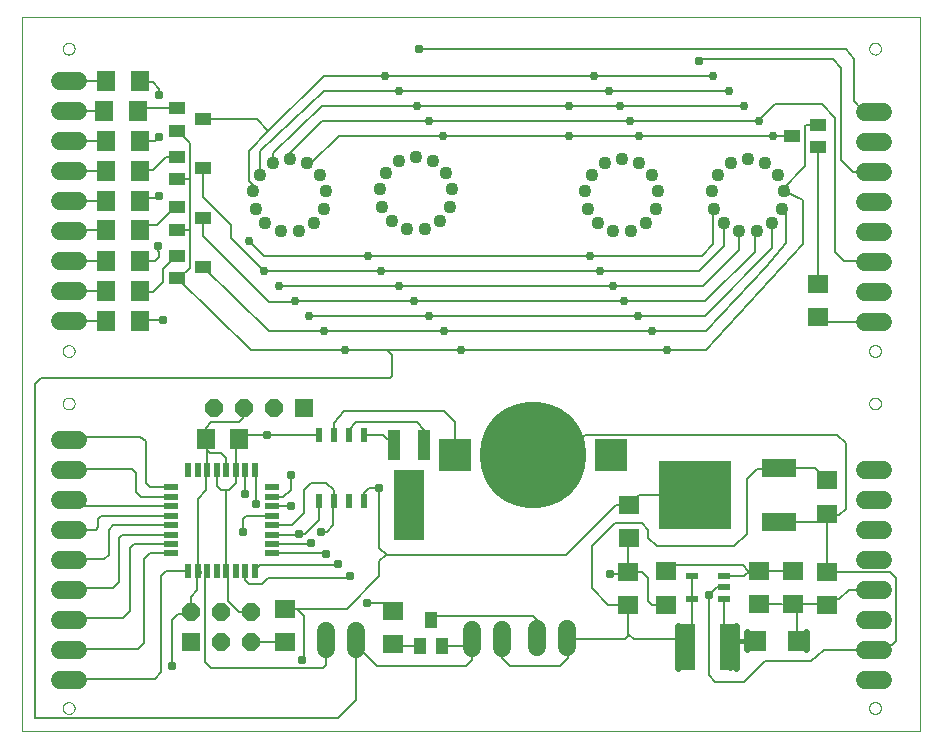
<source format=gtl>
G75*
%MOIN*%
%OFA0B0*%
%FSLAX25Y25*%
%IPPOS*%
%LPD*%
%AMOC8*
5,1,8,0,0,1.08239X$1,22.5*
%
%ADD10C,0.00000*%
%ADD11R,0.05512X0.03937*%
%ADD12C,0.04362*%
%ADD13C,0.06000*%
%ADD14R,0.10950X0.10950*%
%ADD15C,0.35433*%
%ADD16R,0.07087X0.06299*%
%ADD17R,0.06299X0.07087*%
%ADD18R,0.02200X0.05000*%
%ADD19R,0.05000X0.02200*%
%ADD20R,0.24409X0.22835*%
%ADD21R,0.11811X0.06299*%
%ADD22R,0.06000X0.06000*%
%ADD23OC8,0.06000*%
%ADD24R,0.03937X0.09843*%
%ADD25R,0.09843X0.23622*%
%ADD26R,0.07098X0.06299*%
%ADD27R,0.03937X0.05512*%
%ADD28R,0.02362X0.04724*%
%ADD29R,0.04331X0.02362*%
%ADD30R,0.05984X0.06614*%
%ADD31R,0.05906X0.15748*%
%ADD32R,0.06299X0.07098*%
%ADD33C,0.00787*%
%ADD34C,0.02978*%
%ADD35C,0.00600*%
%ADD36OC8,0.02978*%
%ADD37C,0.01600*%
%ADD38C,0.02400*%
D10*
X0001000Y0001000D02*
X0001000Y0238961D01*
X0300201Y0238961D01*
X0300201Y0001000D01*
X0001000Y0001000D01*
X0014431Y0008700D02*
X0014433Y0008788D01*
X0014439Y0008876D01*
X0014449Y0008964D01*
X0014463Y0009052D01*
X0014480Y0009138D01*
X0014502Y0009224D01*
X0014527Y0009308D01*
X0014557Y0009392D01*
X0014589Y0009474D01*
X0014626Y0009554D01*
X0014666Y0009633D01*
X0014710Y0009710D01*
X0014757Y0009785D01*
X0014807Y0009857D01*
X0014861Y0009928D01*
X0014917Y0009995D01*
X0014977Y0010061D01*
X0015039Y0010123D01*
X0015105Y0010183D01*
X0015172Y0010239D01*
X0015243Y0010293D01*
X0015315Y0010343D01*
X0015390Y0010390D01*
X0015467Y0010434D01*
X0015546Y0010474D01*
X0015626Y0010511D01*
X0015708Y0010543D01*
X0015792Y0010573D01*
X0015876Y0010598D01*
X0015962Y0010620D01*
X0016048Y0010637D01*
X0016136Y0010651D01*
X0016224Y0010661D01*
X0016312Y0010667D01*
X0016400Y0010669D01*
X0016488Y0010667D01*
X0016576Y0010661D01*
X0016664Y0010651D01*
X0016752Y0010637D01*
X0016838Y0010620D01*
X0016924Y0010598D01*
X0017008Y0010573D01*
X0017092Y0010543D01*
X0017174Y0010511D01*
X0017254Y0010474D01*
X0017333Y0010434D01*
X0017410Y0010390D01*
X0017485Y0010343D01*
X0017557Y0010293D01*
X0017628Y0010239D01*
X0017695Y0010183D01*
X0017761Y0010123D01*
X0017823Y0010061D01*
X0017883Y0009995D01*
X0017939Y0009928D01*
X0017993Y0009857D01*
X0018043Y0009785D01*
X0018090Y0009710D01*
X0018134Y0009633D01*
X0018174Y0009554D01*
X0018211Y0009474D01*
X0018243Y0009392D01*
X0018273Y0009308D01*
X0018298Y0009224D01*
X0018320Y0009138D01*
X0018337Y0009052D01*
X0018351Y0008964D01*
X0018361Y0008876D01*
X0018367Y0008788D01*
X0018369Y0008700D01*
X0018367Y0008612D01*
X0018361Y0008524D01*
X0018351Y0008436D01*
X0018337Y0008348D01*
X0018320Y0008262D01*
X0018298Y0008176D01*
X0018273Y0008092D01*
X0018243Y0008008D01*
X0018211Y0007926D01*
X0018174Y0007846D01*
X0018134Y0007767D01*
X0018090Y0007690D01*
X0018043Y0007615D01*
X0017993Y0007543D01*
X0017939Y0007472D01*
X0017883Y0007405D01*
X0017823Y0007339D01*
X0017761Y0007277D01*
X0017695Y0007217D01*
X0017628Y0007161D01*
X0017557Y0007107D01*
X0017485Y0007057D01*
X0017410Y0007010D01*
X0017333Y0006966D01*
X0017254Y0006926D01*
X0017174Y0006889D01*
X0017092Y0006857D01*
X0017008Y0006827D01*
X0016924Y0006802D01*
X0016838Y0006780D01*
X0016752Y0006763D01*
X0016664Y0006749D01*
X0016576Y0006739D01*
X0016488Y0006733D01*
X0016400Y0006731D01*
X0016312Y0006733D01*
X0016224Y0006739D01*
X0016136Y0006749D01*
X0016048Y0006763D01*
X0015962Y0006780D01*
X0015876Y0006802D01*
X0015792Y0006827D01*
X0015708Y0006857D01*
X0015626Y0006889D01*
X0015546Y0006926D01*
X0015467Y0006966D01*
X0015390Y0007010D01*
X0015315Y0007057D01*
X0015243Y0007107D01*
X0015172Y0007161D01*
X0015105Y0007217D01*
X0015039Y0007277D01*
X0014977Y0007339D01*
X0014917Y0007405D01*
X0014861Y0007472D01*
X0014807Y0007543D01*
X0014757Y0007615D01*
X0014710Y0007690D01*
X0014666Y0007767D01*
X0014626Y0007846D01*
X0014589Y0007926D01*
X0014557Y0008008D01*
X0014527Y0008092D01*
X0014502Y0008176D01*
X0014480Y0008262D01*
X0014463Y0008348D01*
X0014449Y0008436D01*
X0014439Y0008524D01*
X0014433Y0008612D01*
X0014431Y0008700D01*
X0014431Y0110200D02*
X0014433Y0110288D01*
X0014439Y0110376D01*
X0014449Y0110464D01*
X0014463Y0110552D01*
X0014480Y0110638D01*
X0014502Y0110724D01*
X0014527Y0110808D01*
X0014557Y0110892D01*
X0014589Y0110974D01*
X0014626Y0111054D01*
X0014666Y0111133D01*
X0014710Y0111210D01*
X0014757Y0111285D01*
X0014807Y0111357D01*
X0014861Y0111428D01*
X0014917Y0111495D01*
X0014977Y0111561D01*
X0015039Y0111623D01*
X0015105Y0111683D01*
X0015172Y0111739D01*
X0015243Y0111793D01*
X0015315Y0111843D01*
X0015390Y0111890D01*
X0015467Y0111934D01*
X0015546Y0111974D01*
X0015626Y0112011D01*
X0015708Y0112043D01*
X0015792Y0112073D01*
X0015876Y0112098D01*
X0015962Y0112120D01*
X0016048Y0112137D01*
X0016136Y0112151D01*
X0016224Y0112161D01*
X0016312Y0112167D01*
X0016400Y0112169D01*
X0016488Y0112167D01*
X0016576Y0112161D01*
X0016664Y0112151D01*
X0016752Y0112137D01*
X0016838Y0112120D01*
X0016924Y0112098D01*
X0017008Y0112073D01*
X0017092Y0112043D01*
X0017174Y0112011D01*
X0017254Y0111974D01*
X0017333Y0111934D01*
X0017410Y0111890D01*
X0017485Y0111843D01*
X0017557Y0111793D01*
X0017628Y0111739D01*
X0017695Y0111683D01*
X0017761Y0111623D01*
X0017823Y0111561D01*
X0017883Y0111495D01*
X0017939Y0111428D01*
X0017993Y0111357D01*
X0018043Y0111285D01*
X0018090Y0111210D01*
X0018134Y0111133D01*
X0018174Y0111054D01*
X0018211Y0110974D01*
X0018243Y0110892D01*
X0018273Y0110808D01*
X0018298Y0110724D01*
X0018320Y0110638D01*
X0018337Y0110552D01*
X0018351Y0110464D01*
X0018361Y0110376D01*
X0018367Y0110288D01*
X0018369Y0110200D01*
X0018367Y0110112D01*
X0018361Y0110024D01*
X0018351Y0109936D01*
X0018337Y0109848D01*
X0018320Y0109762D01*
X0018298Y0109676D01*
X0018273Y0109592D01*
X0018243Y0109508D01*
X0018211Y0109426D01*
X0018174Y0109346D01*
X0018134Y0109267D01*
X0018090Y0109190D01*
X0018043Y0109115D01*
X0017993Y0109043D01*
X0017939Y0108972D01*
X0017883Y0108905D01*
X0017823Y0108839D01*
X0017761Y0108777D01*
X0017695Y0108717D01*
X0017628Y0108661D01*
X0017557Y0108607D01*
X0017485Y0108557D01*
X0017410Y0108510D01*
X0017333Y0108466D01*
X0017254Y0108426D01*
X0017174Y0108389D01*
X0017092Y0108357D01*
X0017008Y0108327D01*
X0016924Y0108302D01*
X0016838Y0108280D01*
X0016752Y0108263D01*
X0016664Y0108249D01*
X0016576Y0108239D01*
X0016488Y0108233D01*
X0016400Y0108231D01*
X0016312Y0108233D01*
X0016224Y0108239D01*
X0016136Y0108249D01*
X0016048Y0108263D01*
X0015962Y0108280D01*
X0015876Y0108302D01*
X0015792Y0108327D01*
X0015708Y0108357D01*
X0015626Y0108389D01*
X0015546Y0108426D01*
X0015467Y0108466D01*
X0015390Y0108510D01*
X0015315Y0108557D01*
X0015243Y0108607D01*
X0015172Y0108661D01*
X0015105Y0108717D01*
X0015039Y0108777D01*
X0014977Y0108839D01*
X0014917Y0108905D01*
X0014861Y0108972D01*
X0014807Y0109043D01*
X0014757Y0109115D01*
X0014710Y0109190D01*
X0014666Y0109267D01*
X0014626Y0109346D01*
X0014589Y0109426D01*
X0014557Y0109508D01*
X0014527Y0109592D01*
X0014502Y0109676D01*
X0014480Y0109762D01*
X0014463Y0109848D01*
X0014449Y0109936D01*
X0014439Y0110024D01*
X0014433Y0110112D01*
X0014431Y0110200D01*
X0014431Y0127700D02*
X0014433Y0127788D01*
X0014439Y0127876D01*
X0014449Y0127964D01*
X0014463Y0128052D01*
X0014480Y0128138D01*
X0014502Y0128224D01*
X0014527Y0128308D01*
X0014557Y0128392D01*
X0014589Y0128474D01*
X0014626Y0128554D01*
X0014666Y0128633D01*
X0014710Y0128710D01*
X0014757Y0128785D01*
X0014807Y0128857D01*
X0014861Y0128928D01*
X0014917Y0128995D01*
X0014977Y0129061D01*
X0015039Y0129123D01*
X0015105Y0129183D01*
X0015172Y0129239D01*
X0015243Y0129293D01*
X0015315Y0129343D01*
X0015390Y0129390D01*
X0015467Y0129434D01*
X0015546Y0129474D01*
X0015626Y0129511D01*
X0015708Y0129543D01*
X0015792Y0129573D01*
X0015876Y0129598D01*
X0015962Y0129620D01*
X0016048Y0129637D01*
X0016136Y0129651D01*
X0016224Y0129661D01*
X0016312Y0129667D01*
X0016400Y0129669D01*
X0016488Y0129667D01*
X0016576Y0129661D01*
X0016664Y0129651D01*
X0016752Y0129637D01*
X0016838Y0129620D01*
X0016924Y0129598D01*
X0017008Y0129573D01*
X0017092Y0129543D01*
X0017174Y0129511D01*
X0017254Y0129474D01*
X0017333Y0129434D01*
X0017410Y0129390D01*
X0017485Y0129343D01*
X0017557Y0129293D01*
X0017628Y0129239D01*
X0017695Y0129183D01*
X0017761Y0129123D01*
X0017823Y0129061D01*
X0017883Y0128995D01*
X0017939Y0128928D01*
X0017993Y0128857D01*
X0018043Y0128785D01*
X0018090Y0128710D01*
X0018134Y0128633D01*
X0018174Y0128554D01*
X0018211Y0128474D01*
X0018243Y0128392D01*
X0018273Y0128308D01*
X0018298Y0128224D01*
X0018320Y0128138D01*
X0018337Y0128052D01*
X0018351Y0127964D01*
X0018361Y0127876D01*
X0018367Y0127788D01*
X0018369Y0127700D01*
X0018367Y0127612D01*
X0018361Y0127524D01*
X0018351Y0127436D01*
X0018337Y0127348D01*
X0018320Y0127262D01*
X0018298Y0127176D01*
X0018273Y0127092D01*
X0018243Y0127008D01*
X0018211Y0126926D01*
X0018174Y0126846D01*
X0018134Y0126767D01*
X0018090Y0126690D01*
X0018043Y0126615D01*
X0017993Y0126543D01*
X0017939Y0126472D01*
X0017883Y0126405D01*
X0017823Y0126339D01*
X0017761Y0126277D01*
X0017695Y0126217D01*
X0017628Y0126161D01*
X0017557Y0126107D01*
X0017485Y0126057D01*
X0017410Y0126010D01*
X0017333Y0125966D01*
X0017254Y0125926D01*
X0017174Y0125889D01*
X0017092Y0125857D01*
X0017008Y0125827D01*
X0016924Y0125802D01*
X0016838Y0125780D01*
X0016752Y0125763D01*
X0016664Y0125749D01*
X0016576Y0125739D01*
X0016488Y0125733D01*
X0016400Y0125731D01*
X0016312Y0125733D01*
X0016224Y0125739D01*
X0016136Y0125749D01*
X0016048Y0125763D01*
X0015962Y0125780D01*
X0015876Y0125802D01*
X0015792Y0125827D01*
X0015708Y0125857D01*
X0015626Y0125889D01*
X0015546Y0125926D01*
X0015467Y0125966D01*
X0015390Y0126010D01*
X0015315Y0126057D01*
X0015243Y0126107D01*
X0015172Y0126161D01*
X0015105Y0126217D01*
X0015039Y0126277D01*
X0014977Y0126339D01*
X0014917Y0126405D01*
X0014861Y0126472D01*
X0014807Y0126543D01*
X0014757Y0126615D01*
X0014710Y0126690D01*
X0014666Y0126767D01*
X0014626Y0126846D01*
X0014589Y0126926D01*
X0014557Y0127008D01*
X0014527Y0127092D01*
X0014502Y0127176D01*
X0014480Y0127262D01*
X0014463Y0127348D01*
X0014449Y0127436D01*
X0014439Y0127524D01*
X0014433Y0127612D01*
X0014431Y0127700D01*
X0014431Y0228500D02*
X0014433Y0228588D01*
X0014439Y0228676D01*
X0014449Y0228764D01*
X0014463Y0228852D01*
X0014480Y0228938D01*
X0014502Y0229024D01*
X0014527Y0229108D01*
X0014557Y0229192D01*
X0014589Y0229274D01*
X0014626Y0229354D01*
X0014666Y0229433D01*
X0014710Y0229510D01*
X0014757Y0229585D01*
X0014807Y0229657D01*
X0014861Y0229728D01*
X0014917Y0229795D01*
X0014977Y0229861D01*
X0015039Y0229923D01*
X0015105Y0229983D01*
X0015172Y0230039D01*
X0015243Y0230093D01*
X0015315Y0230143D01*
X0015390Y0230190D01*
X0015467Y0230234D01*
X0015546Y0230274D01*
X0015626Y0230311D01*
X0015708Y0230343D01*
X0015792Y0230373D01*
X0015876Y0230398D01*
X0015962Y0230420D01*
X0016048Y0230437D01*
X0016136Y0230451D01*
X0016224Y0230461D01*
X0016312Y0230467D01*
X0016400Y0230469D01*
X0016488Y0230467D01*
X0016576Y0230461D01*
X0016664Y0230451D01*
X0016752Y0230437D01*
X0016838Y0230420D01*
X0016924Y0230398D01*
X0017008Y0230373D01*
X0017092Y0230343D01*
X0017174Y0230311D01*
X0017254Y0230274D01*
X0017333Y0230234D01*
X0017410Y0230190D01*
X0017485Y0230143D01*
X0017557Y0230093D01*
X0017628Y0230039D01*
X0017695Y0229983D01*
X0017761Y0229923D01*
X0017823Y0229861D01*
X0017883Y0229795D01*
X0017939Y0229728D01*
X0017993Y0229657D01*
X0018043Y0229585D01*
X0018090Y0229510D01*
X0018134Y0229433D01*
X0018174Y0229354D01*
X0018211Y0229274D01*
X0018243Y0229192D01*
X0018273Y0229108D01*
X0018298Y0229024D01*
X0018320Y0228938D01*
X0018337Y0228852D01*
X0018351Y0228764D01*
X0018361Y0228676D01*
X0018367Y0228588D01*
X0018369Y0228500D01*
X0018367Y0228412D01*
X0018361Y0228324D01*
X0018351Y0228236D01*
X0018337Y0228148D01*
X0018320Y0228062D01*
X0018298Y0227976D01*
X0018273Y0227892D01*
X0018243Y0227808D01*
X0018211Y0227726D01*
X0018174Y0227646D01*
X0018134Y0227567D01*
X0018090Y0227490D01*
X0018043Y0227415D01*
X0017993Y0227343D01*
X0017939Y0227272D01*
X0017883Y0227205D01*
X0017823Y0227139D01*
X0017761Y0227077D01*
X0017695Y0227017D01*
X0017628Y0226961D01*
X0017557Y0226907D01*
X0017485Y0226857D01*
X0017410Y0226810D01*
X0017333Y0226766D01*
X0017254Y0226726D01*
X0017174Y0226689D01*
X0017092Y0226657D01*
X0017008Y0226627D01*
X0016924Y0226602D01*
X0016838Y0226580D01*
X0016752Y0226563D01*
X0016664Y0226549D01*
X0016576Y0226539D01*
X0016488Y0226533D01*
X0016400Y0226531D01*
X0016312Y0226533D01*
X0016224Y0226539D01*
X0016136Y0226549D01*
X0016048Y0226563D01*
X0015962Y0226580D01*
X0015876Y0226602D01*
X0015792Y0226627D01*
X0015708Y0226657D01*
X0015626Y0226689D01*
X0015546Y0226726D01*
X0015467Y0226766D01*
X0015390Y0226810D01*
X0015315Y0226857D01*
X0015243Y0226907D01*
X0015172Y0226961D01*
X0015105Y0227017D01*
X0015039Y0227077D01*
X0014977Y0227139D01*
X0014917Y0227205D01*
X0014861Y0227272D01*
X0014807Y0227343D01*
X0014757Y0227415D01*
X0014710Y0227490D01*
X0014666Y0227567D01*
X0014626Y0227646D01*
X0014589Y0227726D01*
X0014557Y0227808D01*
X0014527Y0227892D01*
X0014502Y0227976D01*
X0014480Y0228062D01*
X0014463Y0228148D01*
X0014449Y0228236D01*
X0014439Y0228324D01*
X0014433Y0228412D01*
X0014431Y0228500D01*
X0283231Y0228500D02*
X0283233Y0228588D01*
X0283239Y0228676D01*
X0283249Y0228764D01*
X0283263Y0228852D01*
X0283280Y0228938D01*
X0283302Y0229024D01*
X0283327Y0229108D01*
X0283357Y0229192D01*
X0283389Y0229274D01*
X0283426Y0229354D01*
X0283466Y0229433D01*
X0283510Y0229510D01*
X0283557Y0229585D01*
X0283607Y0229657D01*
X0283661Y0229728D01*
X0283717Y0229795D01*
X0283777Y0229861D01*
X0283839Y0229923D01*
X0283905Y0229983D01*
X0283972Y0230039D01*
X0284043Y0230093D01*
X0284115Y0230143D01*
X0284190Y0230190D01*
X0284267Y0230234D01*
X0284346Y0230274D01*
X0284426Y0230311D01*
X0284508Y0230343D01*
X0284592Y0230373D01*
X0284676Y0230398D01*
X0284762Y0230420D01*
X0284848Y0230437D01*
X0284936Y0230451D01*
X0285024Y0230461D01*
X0285112Y0230467D01*
X0285200Y0230469D01*
X0285288Y0230467D01*
X0285376Y0230461D01*
X0285464Y0230451D01*
X0285552Y0230437D01*
X0285638Y0230420D01*
X0285724Y0230398D01*
X0285808Y0230373D01*
X0285892Y0230343D01*
X0285974Y0230311D01*
X0286054Y0230274D01*
X0286133Y0230234D01*
X0286210Y0230190D01*
X0286285Y0230143D01*
X0286357Y0230093D01*
X0286428Y0230039D01*
X0286495Y0229983D01*
X0286561Y0229923D01*
X0286623Y0229861D01*
X0286683Y0229795D01*
X0286739Y0229728D01*
X0286793Y0229657D01*
X0286843Y0229585D01*
X0286890Y0229510D01*
X0286934Y0229433D01*
X0286974Y0229354D01*
X0287011Y0229274D01*
X0287043Y0229192D01*
X0287073Y0229108D01*
X0287098Y0229024D01*
X0287120Y0228938D01*
X0287137Y0228852D01*
X0287151Y0228764D01*
X0287161Y0228676D01*
X0287167Y0228588D01*
X0287169Y0228500D01*
X0287167Y0228412D01*
X0287161Y0228324D01*
X0287151Y0228236D01*
X0287137Y0228148D01*
X0287120Y0228062D01*
X0287098Y0227976D01*
X0287073Y0227892D01*
X0287043Y0227808D01*
X0287011Y0227726D01*
X0286974Y0227646D01*
X0286934Y0227567D01*
X0286890Y0227490D01*
X0286843Y0227415D01*
X0286793Y0227343D01*
X0286739Y0227272D01*
X0286683Y0227205D01*
X0286623Y0227139D01*
X0286561Y0227077D01*
X0286495Y0227017D01*
X0286428Y0226961D01*
X0286357Y0226907D01*
X0286285Y0226857D01*
X0286210Y0226810D01*
X0286133Y0226766D01*
X0286054Y0226726D01*
X0285974Y0226689D01*
X0285892Y0226657D01*
X0285808Y0226627D01*
X0285724Y0226602D01*
X0285638Y0226580D01*
X0285552Y0226563D01*
X0285464Y0226549D01*
X0285376Y0226539D01*
X0285288Y0226533D01*
X0285200Y0226531D01*
X0285112Y0226533D01*
X0285024Y0226539D01*
X0284936Y0226549D01*
X0284848Y0226563D01*
X0284762Y0226580D01*
X0284676Y0226602D01*
X0284592Y0226627D01*
X0284508Y0226657D01*
X0284426Y0226689D01*
X0284346Y0226726D01*
X0284267Y0226766D01*
X0284190Y0226810D01*
X0284115Y0226857D01*
X0284043Y0226907D01*
X0283972Y0226961D01*
X0283905Y0227017D01*
X0283839Y0227077D01*
X0283777Y0227139D01*
X0283717Y0227205D01*
X0283661Y0227272D01*
X0283607Y0227343D01*
X0283557Y0227415D01*
X0283510Y0227490D01*
X0283466Y0227567D01*
X0283426Y0227646D01*
X0283389Y0227726D01*
X0283357Y0227808D01*
X0283327Y0227892D01*
X0283302Y0227976D01*
X0283280Y0228062D01*
X0283263Y0228148D01*
X0283249Y0228236D01*
X0283239Y0228324D01*
X0283233Y0228412D01*
X0283231Y0228500D01*
X0283231Y0127700D02*
X0283233Y0127788D01*
X0283239Y0127876D01*
X0283249Y0127964D01*
X0283263Y0128052D01*
X0283280Y0128138D01*
X0283302Y0128224D01*
X0283327Y0128308D01*
X0283357Y0128392D01*
X0283389Y0128474D01*
X0283426Y0128554D01*
X0283466Y0128633D01*
X0283510Y0128710D01*
X0283557Y0128785D01*
X0283607Y0128857D01*
X0283661Y0128928D01*
X0283717Y0128995D01*
X0283777Y0129061D01*
X0283839Y0129123D01*
X0283905Y0129183D01*
X0283972Y0129239D01*
X0284043Y0129293D01*
X0284115Y0129343D01*
X0284190Y0129390D01*
X0284267Y0129434D01*
X0284346Y0129474D01*
X0284426Y0129511D01*
X0284508Y0129543D01*
X0284592Y0129573D01*
X0284676Y0129598D01*
X0284762Y0129620D01*
X0284848Y0129637D01*
X0284936Y0129651D01*
X0285024Y0129661D01*
X0285112Y0129667D01*
X0285200Y0129669D01*
X0285288Y0129667D01*
X0285376Y0129661D01*
X0285464Y0129651D01*
X0285552Y0129637D01*
X0285638Y0129620D01*
X0285724Y0129598D01*
X0285808Y0129573D01*
X0285892Y0129543D01*
X0285974Y0129511D01*
X0286054Y0129474D01*
X0286133Y0129434D01*
X0286210Y0129390D01*
X0286285Y0129343D01*
X0286357Y0129293D01*
X0286428Y0129239D01*
X0286495Y0129183D01*
X0286561Y0129123D01*
X0286623Y0129061D01*
X0286683Y0128995D01*
X0286739Y0128928D01*
X0286793Y0128857D01*
X0286843Y0128785D01*
X0286890Y0128710D01*
X0286934Y0128633D01*
X0286974Y0128554D01*
X0287011Y0128474D01*
X0287043Y0128392D01*
X0287073Y0128308D01*
X0287098Y0128224D01*
X0287120Y0128138D01*
X0287137Y0128052D01*
X0287151Y0127964D01*
X0287161Y0127876D01*
X0287167Y0127788D01*
X0287169Y0127700D01*
X0287167Y0127612D01*
X0287161Y0127524D01*
X0287151Y0127436D01*
X0287137Y0127348D01*
X0287120Y0127262D01*
X0287098Y0127176D01*
X0287073Y0127092D01*
X0287043Y0127008D01*
X0287011Y0126926D01*
X0286974Y0126846D01*
X0286934Y0126767D01*
X0286890Y0126690D01*
X0286843Y0126615D01*
X0286793Y0126543D01*
X0286739Y0126472D01*
X0286683Y0126405D01*
X0286623Y0126339D01*
X0286561Y0126277D01*
X0286495Y0126217D01*
X0286428Y0126161D01*
X0286357Y0126107D01*
X0286285Y0126057D01*
X0286210Y0126010D01*
X0286133Y0125966D01*
X0286054Y0125926D01*
X0285974Y0125889D01*
X0285892Y0125857D01*
X0285808Y0125827D01*
X0285724Y0125802D01*
X0285638Y0125780D01*
X0285552Y0125763D01*
X0285464Y0125749D01*
X0285376Y0125739D01*
X0285288Y0125733D01*
X0285200Y0125731D01*
X0285112Y0125733D01*
X0285024Y0125739D01*
X0284936Y0125749D01*
X0284848Y0125763D01*
X0284762Y0125780D01*
X0284676Y0125802D01*
X0284592Y0125827D01*
X0284508Y0125857D01*
X0284426Y0125889D01*
X0284346Y0125926D01*
X0284267Y0125966D01*
X0284190Y0126010D01*
X0284115Y0126057D01*
X0284043Y0126107D01*
X0283972Y0126161D01*
X0283905Y0126217D01*
X0283839Y0126277D01*
X0283777Y0126339D01*
X0283717Y0126405D01*
X0283661Y0126472D01*
X0283607Y0126543D01*
X0283557Y0126615D01*
X0283510Y0126690D01*
X0283466Y0126767D01*
X0283426Y0126846D01*
X0283389Y0126926D01*
X0283357Y0127008D01*
X0283327Y0127092D01*
X0283302Y0127176D01*
X0283280Y0127262D01*
X0283263Y0127348D01*
X0283249Y0127436D01*
X0283239Y0127524D01*
X0283233Y0127612D01*
X0283231Y0127700D01*
X0283231Y0110200D02*
X0283233Y0110288D01*
X0283239Y0110376D01*
X0283249Y0110464D01*
X0283263Y0110552D01*
X0283280Y0110638D01*
X0283302Y0110724D01*
X0283327Y0110808D01*
X0283357Y0110892D01*
X0283389Y0110974D01*
X0283426Y0111054D01*
X0283466Y0111133D01*
X0283510Y0111210D01*
X0283557Y0111285D01*
X0283607Y0111357D01*
X0283661Y0111428D01*
X0283717Y0111495D01*
X0283777Y0111561D01*
X0283839Y0111623D01*
X0283905Y0111683D01*
X0283972Y0111739D01*
X0284043Y0111793D01*
X0284115Y0111843D01*
X0284190Y0111890D01*
X0284267Y0111934D01*
X0284346Y0111974D01*
X0284426Y0112011D01*
X0284508Y0112043D01*
X0284592Y0112073D01*
X0284676Y0112098D01*
X0284762Y0112120D01*
X0284848Y0112137D01*
X0284936Y0112151D01*
X0285024Y0112161D01*
X0285112Y0112167D01*
X0285200Y0112169D01*
X0285288Y0112167D01*
X0285376Y0112161D01*
X0285464Y0112151D01*
X0285552Y0112137D01*
X0285638Y0112120D01*
X0285724Y0112098D01*
X0285808Y0112073D01*
X0285892Y0112043D01*
X0285974Y0112011D01*
X0286054Y0111974D01*
X0286133Y0111934D01*
X0286210Y0111890D01*
X0286285Y0111843D01*
X0286357Y0111793D01*
X0286428Y0111739D01*
X0286495Y0111683D01*
X0286561Y0111623D01*
X0286623Y0111561D01*
X0286683Y0111495D01*
X0286739Y0111428D01*
X0286793Y0111357D01*
X0286843Y0111285D01*
X0286890Y0111210D01*
X0286934Y0111133D01*
X0286974Y0111054D01*
X0287011Y0110974D01*
X0287043Y0110892D01*
X0287073Y0110808D01*
X0287098Y0110724D01*
X0287120Y0110638D01*
X0287137Y0110552D01*
X0287151Y0110464D01*
X0287161Y0110376D01*
X0287167Y0110288D01*
X0287169Y0110200D01*
X0287167Y0110112D01*
X0287161Y0110024D01*
X0287151Y0109936D01*
X0287137Y0109848D01*
X0287120Y0109762D01*
X0287098Y0109676D01*
X0287073Y0109592D01*
X0287043Y0109508D01*
X0287011Y0109426D01*
X0286974Y0109346D01*
X0286934Y0109267D01*
X0286890Y0109190D01*
X0286843Y0109115D01*
X0286793Y0109043D01*
X0286739Y0108972D01*
X0286683Y0108905D01*
X0286623Y0108839D01*
X0286561Y0108777D01*
X0286495Y0108717D01*
X0286428Y0108661D01*
X0286357Y0108607D01*
X0286285Y0108557D01*
X0286210Y0108510D01*
X0286133Y0108466D01*
X0286054Y0108426D01*
X0285974Y0108389D01*
X0285892Y0108357D01*
X0285808Y0108327D01*
X0285724Y0108302D01*
X0285638Y0108280D01*
X0285552Y0108263D01*
X0285464Y0108249D01*
X0285376Y0108239D01*
X0285288Y0108233D01*
X0285200Y0108231D01*
X0285112Y0108233D01*
X0285024Y0108239D01*
X0284936Y0108249D01*
X0284848Y0108263D01*
X0284762Y0108280D01*
X0284676Y0108302D01*
X0284592Y0108327D01*
X0284508Y0108357D01*
X0284426Y0108389D01*
X0284346Y0108426D01*
X0284267Y0108466D01*
X0284190Y0108510D01*
X0284115Y0108557D01*
X0284043Y0108607D01*
X0283972Y0108661D01*
X0283905Y0108717D01*
X0283839Y0108777D01*
X0283777Y0108839D01*
X0283717Y0108905D01*
X0283661Y0108972D01*
X0283607Y0109043D01*
X0283557Y0109115D01*
X0283510Y0109190D01*
X0283466Y0109267D01*
X0283426Y0109346D01*
X0283389Y0109426D01*
X0283357Y0109508D01*
X0283327Y0109592D01*
X0283302Y0109676D01*
X0283280Y0109762D01*
X0283263Y0109848D01*
X0283249Y0109936D01*
X0283239Y0110024D01*
X0283233Y0110112D01*
X0283231Y0110200D01*
X0283231Y0008700D02*
X0283233Y0008788D01*
X0283239Y0008876D01*
X0283249Y0008964D01*
X0283263Y0009052D01*
X0283280Y0009138D01*
X0283302Y0009224D01*
X0283327Y0009308D01*
X0283357Y0009392D01*
X0283389Y0009474D01*
X0283426Y0009554D01*
X0283466Y0009633D01*
X0283510Y0009710D01*
X0283557Y0009785D01*
X0283607Y0009857D01*
X0283661Y0009928D01*
X0283717Y0009995D01*
X0283777Y0010061D01*
X0283839Y0010123D01*
X0283905Y0010183D01*
X0283972Y0010239D01*
X0284043Y0010293D01*
X0284115Y0010343D01*
X0284190Y0010390D01*
X0284267Y0010434D01*
X0284346Y0010474D01*
X0284426Y0010511D01*
X0284508Y0010543D01*
X0284592Y0010573D01*
X0284676Y0010598D01*
X0284762Y0010620D01*
X0284848Y0010637D01*
X0284936Y0010651D01*
X0285024Y0010661D01*
X0285112Y0010667D01*
X0285200Y0010669D01*
X0285288Y0010667D01*
X0285376Y0010661D01*
X0285464Y0010651D01*
X0285552Y0010637D01*
X0285638Y0010620D01*
X0285724Y0010598D01*
X0285808Y0010573D01*
X0285892Y0010543D01*
X0285974Y0010511D01*
X0286054Y0010474D01*
X0286133Y0010434D01*
X0286210Y0010390D01*
X0286285Y0010343D01*
X0286357Y0010293D01*
X0286428Y0010239D01*
X0286495Y0010183D01*
X0286561Y0010123D01*
X0286623Y0010061D01*
X0286683Y0009995D01*
X0286739Y0009928D01*
X0286793Y0009857D01*
X0286843Y0009785D01*
X0286890Y0009710D01*
X0286934Y0009633D01*
X0286974Y0009554D01*
X0287011Y0009474D01*
X0287043Y0009392D01*
X0287073Y0009308D01*
X0287098Y0009224D01*
X0287120Y0009138D01*
X0287137Y0009052D01*
X0287151Y0008964D01*
X0287161Y0008876D01*
X0287167Y0008788D01*
X0287169Y0008700D01*
X0287167Y0008612D01*
X0287161Y0008524D01*
X0287151Y0008436D01*
X0287137Y0008348D01*
X0287120Y0008262D01*
X0287098Y0008176D01*
X0287073Y0008092D01*
X0287043Y0008008D01*
X0287011Y0007926D01*
X0286974Y0007846D01*
X0286934Y0007767D01*
X0286890Y0007690D01*
X0286843Y0007615D01*
X0286793Y0007543D01*
X0286739Y0007472D01*
X0286683Y0007405D01*
X0286623Y0007339D01*
X0286561Y0007277D01*
X0286495Y0007217D01*
X0286428Y0007161D01*
X0286357Y0007107D01*
X0286285Y0007057D01*
X0286210Y0007010D01*
X0286133Y0006966D01*
X0286054Y0006926D01*
X0285974Y0006889D01*
X0285892Y0006857D01*
X0285808Y0006827D01*
X0285724Y0006802D01*
X0285638Y0006780D01*
X0285552Y0006763D01*
X0285464Y0006749D01*
X0285376Y0006739D01*
X0285288Y0006733D01*
X0285200Y0006731D01*
X0285112Y0006733D01*
X0285024Y0006739D01*
X0284936Y0006749D01*
X0284848Y0006763D01*
X0284762Y0006780D01*
X0284676Y0006802D01*
X0284592Y0006827D01*
X0284508Y0006857D01*
X0284426Y0006889D01*
X0284346Y0006926D01*
X0284267Y0006966D01*
X0284190Y0007010D01*
X0284115Y0007057D01*
X0284043Y0007107D01*
X0283972Y0007161D01*
X0283905Y0007217D01*
X0283839Y0007277D01*
X0283777Y0007339D01*
X0283717Y0007405D01*
X0283661Y0007472D01*
X0283607Y0007543D01*
X0283557Y0007615D01*
X0283510Y0007690D01*
X0283466Y0007767D01*
X0283426Y0007846D01*
X0283389Y0007926D01*
X0283357Y0008008D01*
X0283327Y0008092D01*
X0283302Y0008176D01*
X0283280Y0008262D01*
X0283263Y0008348D01*
X0283249Y0008436D01*
X0283239Y0008524D01*
X0283233Y0008612D01*
X0283231Y0008700D01*
D11*
X0061231Y0155700D03*
X0052569Y0151960D03*
X0052569Y0159440D03*
X0052369Y0168160D03*
X0052369Y0175640D03*
X0061031Y0171900D03*
X0052369Y0184960D03*
X0052369Y0192440D03*
X0052569Y0201160D03*
X0052569Y0208640D03*
X0061231Y0204900D03*
X0061031Y0188700D03*
X0257369Y0199300D03*
X0266031Y0195560D03*
X0266031Y0203040D03*
D12*
X0248572Y0190307D03*
X0252944Y0186433D03*
X0255016Y0180971D03*
X0254312Y0175172D03*
X0250993Y0170365D03*
X0245821Y0167650D03*
X0239979Y0167650D03*
X0234807Y0170365D03*
X0231488Y0175172D03*
X0230784Y0180971D03*
X0232856Y0186433D03*
X0237228Y0190307D03*
X0242900Y0191705D03*
X0212916Y0180971D03*
X0212212Y0175172D03*
X0208893Y0170365D03*
X0203721Y0167650D03*
X0197879Y0167650D03*
X0192707Y0170365D03*
X0189388Y0175172D03*
X0188684Y0180971D03*
X0190756Y0186433D03*
X0195128Y0190307D03*
X0200800Y0191705D03*
X0206472Y0190307D03*
X0210844Y0186433D03*
X0144316Y0181671D03*
X0143612Y0175872D03*
X0140293Y0171065D03*
X0135121Y0168350D03*
X0129279Y0168350D03*
X0124107Y0171065D03*
X0120788Y0175872D03*
X0120084Y0181671D03*
X0122156Y0187133D03*
X0126528Y0191007D03*
X0132200Y0192405D03*
X0137872Y0191007D03*
X0142244Y0187133D03*
X0102216Y0180971D03*
X0101512Y0175172D03*
X0098193Y0170365D03*
X0093021Y0167650D03*
X0087179Y0167650D03*
X0082007Y0170365D03*
X0078688Y0175172D03*
X0077984Y0180971D03*
X0080056Y0186433D03*
X0084428Y0190307D03*
X0090100Y0191705D03*
X0095772Y0190307D03*
X0100144Y0186433D03*
D13*
X0019500Y0187700D02*
X0013500Y0187700D01*
X0013500Y0177700D02*
X0019500Y0177700D01*
X0019500Y0167700D02*
X0013500Y0167700D01*
X0013500Y0157700D02*
X0019500Y0157700D01*
X0019500Y0147700D02*
X0013500Y0147700D01*
X0013500Y0137700D02*
X0019500Y0137700D01*
X0019543Y0098059D02*
X0013543Y0098059D01*
X0013543Y0088059D02*
X0019543Y0088059D01*
X0019543Y0078059D02*
X0013543Y0078059D01*
X0013543Y0068059D02*
X0019543Y0068059D01*
X0019543Y0058059D02*
X0013543Y0058059D01*
X0013543Y0048059D02*
X0019543Y0048059D01*
X0019543Y0038059D02*
X0013543Y0038059D01*
X0013543Y0028059D02*
X0019543Y0028059D01*
X0019543Y0018059D02*
X0013543Y0018059D01*
X0102257Y0028441D02*
X0102257Y0034441D01*
X0112257Y0034441D02*
X0112257Y0028441D01*
X0150843Y0028759D02*
X0150843Y0034759D01*
X0160843Y0034759D02*
X0160843Y0028759D01*
X0172543Y0029059D02*
X0172543Y0035059D01*
X0182543Y0035059D02*
X0182543Y0029059D01*
X0281843Y0028059D02*
X0287843Y0028059D01*
X0287843Y0018059D02*
X0281843Y0018059D01*
X0281843Y0038059D02*
X0287843Y0038059D01*
X0287843Y0048059D02*
X0281843Y0048059D01*
X0281843Y0058059D02*
X0287843Y0058059D01*
X0287843Y0068059D02*
X0281843Y0068059D01*
X0281843Y0078059D02*
X0287843Y0078059D01*
X0287843Y0088059D02*
X0281843Y0088059D01*
X0281800Y0137500D02*
X0287800Y0137500D01*
X0287800Y0147500D02*
X0281800Y0147500D01*
X0281800Y0157500D02*
X0287800Y0157500D01*
X0287800Y0167500D02*
X0281800Y0167500D01*
X0281800Y0177500D02*
X0287800Y0177500D01*
X0287800Y0187500D02*
X0281800Y0187500D01*
X0281800Y0197500D02*
X0287800Y0197500D01*
X0287800Y0207500D02*
X0281800Y0207500D01*
X0019500Y0207700D02*
X0013500Y0207700D01*
X0013500Y0197700D02*
X0019500Y0197700D01*
X0019500Y0217700D02*
X0013500Y0217700D01*
D14*
X0145243Y0092959D03*
X0197243Y0092959D03*
D15*
X0171243Y0092959D03*
D16*
X0203043Y0076271D03*
X0203043Y0065247D03*
X0202981Y0054143D03*
X0202981Y0043119D03*
X0257870Y0043424D03*
X0257870Y0054448D03*
X0269322Y0054054D03*
X0269322Y0043031D03*
X0269254Y0073547D03*
X0269254Y0084571D03*
D17*
X0073254Y0098459D03*
X0062231Y0098459D03*
D18*
X0062618Y0088159D03*
X0059469Y0088159D03*
X0056319Y0088159D03*
X0065768Y0088159D03*
X0068917Y0088159D03*
X0072067Y0088159D03*
X0075217Y0088159D03*
X0078366Y0088159D03*
X0078366Y0054359D03*
X0075217Y0054359D03*
X0072067Y0054359D03*
X0068917Y0054359D03*
X0065768Y0054359D03*
X0062618Y0054359D03*
X0059469Y0054359D03*
X0056319Y0054359D03*
D19*
X0050443Y0060235D03*
X0050443Y0063385D03*
X0050443Y0066535D03*
X0050443Y0069684D03*
X0050443Y0072834D03*
X0050443Y0075983D03*
X0050443Y0079133D03*
X0050443Y0082283D03*
X0084243Y0082283D03*
X0084243Y0079133D03*
X0084243Y0075983D03*
X0084243Y0072834D03*
X0084243Y0069684D03*
X0084243Y0066535D03*
X0084243Y0063385D03*
X0084243Y0060235D03*
D20*
X0225072Y0079759D03*
D21*
X0253340Y0070783D03*
X0253340Y0088735D03*
D22*
X0094843Y0108859D03*
X0057043Y0030659D03*
D23*
X0067043Y0030659D03*
X0077043Y0030659D03*
X0077043Y0040659D03*
X0067043Y0040659D03*
X0057043Y0040659D03*
X0064843Y0108859D03*
X0074843Y0108859D03*
X0084843Y0108859D03*
D24*
X0124843Y0096259D03*
X0134843Y0096259D03*
D25*
X0129843Y0076259D03*
D26*
X0124559Y0041134D03*
X0124559Y0029937D03*
X0088541Y0030644D03*
X0088541Y0041841D03*
X0215433Y0043208D03*
X0215433Y0054405D03*
X0246470Y0054535D03*
X0246470Y0043338D03*
X0266200Y0138902D03*
X0266200Y0150098D03*
D27*
X0137243Y0038124D03*
X0140983Y0029462D03*
X0133502Y0029462D03*
D28*
X0114843Y0077735D03*
X0109843Y0077735D03*
X0104843Y0077735D03*
X0099843Y0077735D03*
X0099843Y0099783D03*
X0104843Y0099783D03*
X0109843Y0099783D03*
X0114843Y0099783D03*
D29*
X0224055Y0052676D03*
X0224055Y0045196D03*
X0234685Y0045196D03*
X0234685Y0048936D03*
X0234685Y0052676D03*
D30*
X0245709Y0030905D03*
X0259094Y0030905D03*
D31*
X0236457Y0028936D03*
X0222283Y0028936D03*
D32*
X0040198Y0137600D03*
X0040198Y0147600D03*
X0040198Y0157800D03*
X0029002Y0157800D03*
X0029002Y0147600D03*
X0029002Y0137600D03*
X0029002Y0168100D03*
X0029002Y0177600D03*
X0029002Y0187600D03*
X0029002Y0197600D03*
X0028302Y0207600D03*
X0029002Y0217600D03*
X0040198Y0217600D03*
X0039498Y0207600D03*
X0040198Y0197600D03*
X0040198Y0187600D03*
X0040198Y0177600D03*
X0040198Y0168100D03*
D33*
X0041798Y0169700D01*
X0045800Y0169700D01*
X0051740Y0175640D01*
X0052369Y0175640D01*
X0046500Y0179500D02*
X0045598Y0178598D01*
X0041398Y0178800D01*
X0040198Y0177600D01*
X0040198Y0187600D02*
X0040498Y0187900D01*
X0044400Y0187900D01*
X0048940Y0192440D01*
X0052369Y0192440D01*
X0056700Y0197029D02*
X0052569Y0201160D01*
X0056700Y0197029D02*
X0056700Y0185250D01*
X0056410Y0184960D01*
X0052369Y0184960D01*
X0056700Y0185250D02*
X0056700Y0167708D01*
X0056249Y0168160D01*
X0052369Y0168160D01*
X0056700Y0167708D02*
X0056700Y0155474D01*
X0053186Y0151960D01*
X0052569Y0151960D01*
X0077129Y0128100D01*
X0108600Y0128100D01*
X0122457Y0128100D01*
X0147162Y0128100D01*
X0215700Y0128100D01*
X0228700Y0128100D01*
X0261300Y0163500D01*
X0261300Y0178187D01*
X0255016Y0180971D01*
X0254191Y0181547D01*
X0254312Y0175172D02*
X0255517Y0173967D01*
X0255517Y0163662D01*
X0248756Y0155656D01*
X0229000Y0134500D01*
X0224300Y0134500D01*
X0224300Y0134700D01*
X0224300Y0134500D02*
X0210717Y0134500D01*
X0141500Y0134500D01*
X0101500Y0134500D01*
X0083031Y0134500D01*
X0061231Y0155700D01*
X0052569Y0159440D02*
X0051456Y0159440D01*
X0052340Y0159440D02*
X0047900Y0155000D01*
X0047900Y0150800D01*
X0044400Y0147300D01*
X0040498Y0147300D01*
X0040198Y0147600D01*
X0040798Y0138200D02*
X0040198Y0137600D01*
X0040798Y0138200D02*
X0047900Y0138200D01*
X0029002Y0137600D02*
X0016600Y0137600D01*
X0016500Y0137700D01*
X0016400Y0137500D02*
X0015700Y0136800D01*
X0016400Y0136800D01*
X0017100Y0138200D02*
X0016400Y0138900D01*
X0016600Y0147600D02*
X0016500Y0147700D01*
X0016600Y0147600D02*
X0029002Y0147600D01*
X0029002Y0157800D02*
X0016600Y0157800D01*
X0016500Y0157700D01*
X0016500Y0167700D02*
X0016900Y0168100D01*
X0029002Y0168100D01*
X0029002Y0177600D02*
X0016600Y0177600D01*
X0016500Y0177700D01*
X0016600Y0187600D02*
X0016500Y0187700D01*
X0016600Y0187600D02*
X0029002Y0187600D01*
X0029002Y0197600D02*
X0014900Y0197600D01*
X0014300Y0197000D01*
X0015800Y0197000D01*
X0016500Y0197700D01*
X0019900Y0206800D02*
X0019000Y0207700D01*
X0016774Y0207700D01*
X0016874Y0207600D01*
X0028302Y0207600D01*
X0029002Y0217600D02*
X0028902Y0217700D01*
X0016500Y0217700D01*
X0016500Y0207700D02*
X0016774Y0207700D01*
X0039498Y0207600D02*
X0040539Y0208640D01*
X0052569Y0208640D01*
X0046500Y0213100D02*
X0046500Y0215200D01*
X0044400Y0217300D01*
X0040498Y0217300D01*
X0040198Y0217600D01*
X0061231Y0204900D02*
X0079105Y0204900D01*
X0083002Y0201002D01*
X0101500Y0219500D01*
X0121807Y0219500D01*
X0191500Y0219500D01*
X0231299Y0219500D01*
X0231500Y0219500D01*
X0226400Y0224300D02*
X0227000Y0224900D01*
X0271098Y0224900D01*
X0274000Y0221998D01*
X0274000Y0191400D01*
X0277900Y0187500D01*
X0284800Y0187500D01*
X0266031Y0195560D02*
X0266031Y0154468D01*
X0266200Y0150098D01*
X0274700Y0157800D02*
X0281700Y0157800D01*
X0284800Y0157500D01*
X0274700Y0157800D02*
X0271900Y0160600D01*
X0271900Y0205400D01*
X0267400Y0209900D01*
X0251700Y0209900D01*
X0246500Y0204700D01*
X0246500Y0204500D01*
X0203384Y0204500D01*
X0136500Y0204500D01*
X0100900Y0204500D01*
X0090205Y0193805D01*
X0090100Y0191705D01*
X0084428Y0190307D02*
X0084428Y0193828D01*
X0100800Y0209500D01*
X0132642Y0209500D01*
X0183300Y0209500D01*
X0200100Y0209500D01*
X0241500Y0209500D01*
X0236500Y0214500D02*
X0196500Y0214500D01*
X0126500Y0214500D01*
X0101500Y0214500D01*
X0080056Y0194456D01*
X0080056Y0186433D01*
X0076500Y0184500D02*
X0076500Y0194500D01*
X0083002Y0201002D01*
X0095772Y0190307D02*
X0097307Y0190307D01*
X0106500Y0199500D01*
X0141263Y0199500D01*
X0183211Y0199500D01*
X0206500Y0199500D01*
X0251253Y0199500D01*
X0257169Y0199500D01*
X0257369Y0199300D01*
X0251500Y0199500D02*
X0251253Y0199500D01*
X0278200Y0211000D02*
X0281000Y0208200D01*
X0283790Y0208200D01*
X0278200Y0211000D02*
X0278200Y0225000D01*
X0275400Y0228500D01*
X0133300Y0228500D01*
X0079384Y0181616D02*
X0076500Y0184500D01*
X0077984Y0180971D02*
X0079384Y0181616D01*
X0070500Y0169700D02*
X0070500Y0165500D01*
X0081500Y0154500D01*
X0120617Y0154500D01*
X0193600Y0154500D01*
X0226600Y0154500D01*
X0234800Y0162700D01*
X0234800Y0170358D01*
X0234807Y0170365D01*
X0239700Y0167371D02*
X0239979Y0167650D01*
X0239700Y0167371D02*
X0239700Y0161300D01*
X0227900Y0149500D01*
X0197900Y0149500D01*
X0126500Y0149500D01*
X0086500Y0149500D01*
X0091500Y0144500D02*
X0090900Y0143900D01*
X0083100Y0143900D01*
X0061031Y0165969D01*
X0061031Y0171900D01*
X0061031Y0179169D02*
X0070500Y0169700D01*
X0076500Y0164500D02*
X0081500Y0159500D01*
X0116257Y0159500D01*
X0190100Y0159500D01*
X0227400Y0159500D01*
X0231300Y0163400D01*
X0231300Y0174984D01*
X0231488Y0175172D01*
X0245300Y0167471D02*
X0245821Y0167650D01*
X0245300Y0167471D02*
X0245300Y0160600D01*
X0228500Y0144500D01*
X0201678Y0144500D01*
X0131500Y0144500D01*
X0092318Y0144500D01*
X0091918Y0144900D01*
X0091944Y0144500D02*
X0091500Y0144500D01*
X0091944Y0144500D02*
X0092318Y0144500D01*
X0096500Y0139500D02*
X0136500Y0139500D01*
X0206211Y0139500D01*
X0228400Y0139500D01*
X0250900Y0162000D01*
X0250900Y0170271D01*
X0250993Y0170365D01*
X0252900Y0173690D02*
X0252912Y0173702D01*
X0285200Y0148000D02*
X0285200Y0147300D01*
X0284800Y0137500D02*
X0267098Y0137500D01*
X0266200Y0138902D01*
X0272600Y0099700D02*
X0275400Y0096900D01*
X0275400Y0075200D01*
X0273300Y0073100D01*
X0269702Y0073100D01*
X0269322Y0073480D01*
X0269254Y0073547D01*
X0266490Y0070783D01*
X0253340Y0070783D01*
X0242500Y0066800D02*
X0242500Y0085000D01*
X0246000Y0088500D01*
X0253642Y0088500D01*
X0253877Y0088735D01*
X0253340Y0088735D01*
X0253877Y0088735D02*
X0265090Y0088735D01*
X0269254Y0084571D01*
X0269322Y0073480D02*
X0269322Y0054054D01*
X0290246Y0054054D01*
X0292200Y0052100D01*
X0292200Y0031100D01*
X0290800Y0029700D01*
X0285783Y0029700D01*
X0284843Y0028059D01*
X0268091Y0028059D01*
X0263701Y0024369D01*
X0248543Y0024369D01*
X0241654Y0017480D01*
X0232008Y0017480D01*
X0229843Y0019645D01*
X0229843Y0046259D01*
X0232520Y0048936D01*
X0234685Y0048936D01*
X0234685Y0052676D02*
X0241654Y0052676D01*
X0243512Y0054535D01*
X0242865Y0054535D01*
X0241100Y0056300D01*
X0217328Y0056300D01*
X0215433Y0054405D01*
X0209600Y0052100D02*
X0207500Y0054200D01*
X0203039Y0054200D01*
X0202981Y0054143D01*
X0202981Y0064443D01*
X0203043Y0064504D01*
X0203043Y0065247D01*
X0209600Y0065400D02*
X0212400Y0062600D01*
X0238300Y0062600D01*
X0242500Y0066800D01*
X0243512Y0054535D02*
X0246470Y0054535D01*
X0255717Y0054535D01*
X0254283Y0043338D02*
X0248227Y0043338D01*
X0247835Y0042946D01*
X0248227Y0043338D02*
X0246470Y0043338D01*
X0257870Y0043424D02*
X0258311Y0043424D01*
X0259094Y0042641D01*
X0259094Y0030905D01*
X0259094Y0034920D01*
X0267835Y0042283D02*
X0268976Y0043424D01*
X0270591Y0045039D01*
X0273346Y0045039D01*
X0276367Y0048059D01*
X0279862Y0048059D01*
X0269322Y0043031D02*
X0269213Y0042283D01*
X0267835Y0042283D01*
X0268976Y0043424D02*
X0258311Y0043424D01*
X0234685Y0045196D02*
X0234685Y0028739D01*
X0224055Y0030708D02*
X0224055Y0032611D01*
X0222766Y0033900D01*
X0224055Y0032611D02*
X0224055Y0045196D01*
X0224055Y0052676D01*
X0215433Y0043208D02*
X0210792Y0043208D01*
X0209600Y0044400D01*
X0209600Y0052100D01*
X0202981Y0054143D02*
X0202339Y0053500D01*
X0197000Y0053500D01*
X0190700Y0048600D02*
X0190700Y0062600D01*
X0198400Y0070300D01*
X0207500Y0070300D01*
X0209600Y0068200D01*
X0209600Y0065400D01*
X0203043Y0076271D02*
X0198771Y0076271D01*
X0182300Y0059800D01*
X0122367Y0059800D01*
X0122100Y0059800D01*
X0120000Y0057700D01*
X0120000Y0052800D01*
X0119831Y0052631D01*
X0120000Y0052800D01*
X0119831Y0052631D02*
X0109041Y0041841D01*
X0088541Y0041841D01*
X0092459Y0041841D01*
X0094800Y0039500D01*
X0094800Y0025500D01*
X0094100Y0024800D01*
X0101100Y0022000D02*
X0064000Y0022000D01*
X0061900Y0024100D01*
X0061900Y0053641D01*
X0062618Y0054359D01*
X0059469Y0054359D02*
X0059469Y0078385D01*
X0062343Y0081259D01*
X0062343Y0087883D01*
X0062618Y0088159D02*
X0062618Y0094787D01*
X0063646Y0093759D01*
X0067343Y0093759D01*
X0068917Y0092184D01*
X0068917Y0088159D01*
X0065768Y0088159D02*
X0065768Y0082834D01*
X0067343Y0081259D01*
X0068558Y0081259D01*
X0068917Y0080900D01*
X0068917Y0054359D01*
X0069600Y0053676D02*
X0069600Y0044400D01*
X0073341Y0040659D01*
X0077043Y0040659D01*
X0076600Y0050000D02*
X0080800Y0050000D01*
X0082900Y0052100D01*
X0109783Y0052100D01*
X0110343Y0052659D01*
X0106343Y0056559D02*
X0106043Y0056259D01*
X0080266Y0056259D01*
X0078366Y0054359D01*
X0075217Y0054359D02*
X0075217Y0051383D01*
X0076600Y0050000D01*
X0084243Y0060235D02*
X0101966Y0060235D01*
X0102043Y0060159D01*
X0097043Y0063759D02*
X0096669Y0063385D01*
X0084243Y0063385D01*
X0084243Y0066535D02*
X0093018Y0066535D01*
X0093032Y0066549D01*
X0095089Y0066549D01*
X0099843Y0071302D01*
X0099843Y0071259D01*
X0099843Y0071302D02*
X0099843Y0077735D01*
X0104600Y0077741D02*
X0104843Y0077983D01*
X0104843Y0077735D01*
X0104600Y0077741D02*
X0104600Y0069600D01*
X0102359Y0067359D01*
X0100643Y0067359D01*
X0094843Y0073759D02*
X0094843Y0081259D01*
X0097343Y0083759D01*
X0102343Y0083759D01*
X0104843Y0081259D01*
X0104843Y0077983D01*
X0094843Y0073759D02*
X0090768Y0069684D01*
X0084243Y0069684D01*
X0084243Y0072834D02*
X0075634Y0072834D01*
X0074500Y0071700D01*
X0074500Y0067500D01*
X0078700Y0076600D02*
X0078700Y0088525D01*
X0078366Y0088159D01*
X0075217Y0088159D02*
X0075217Y0080117D01*
X0075200Y0080100D01*
X0072343Y0083759D02*
X0072343Y0087883D01*
X0072067Y0088159D02*
X0072067Y0097272D01*
X0073254Y0098459D01*
X0074578Y0099783D01*
X0082484Y0099783D01*
X0099843Y0099783D01*
X0104843Y0099783D02*
X0104843Y0103759D01*
X0108143Y0107759D01*
X0141543Y0107759D01*
X0145243Y0104059D01*
X0145243Y0092959D01*
X0134843Y0096259D02*
X0134843Y0101259D01*
X0132643Y0104159D01*
X0112043Y0104159D01*
X0109843Y0101259D01*
X0114843Y0099783D02*
X0121319Y0099783D01*
X0124843Y0096259D01*
X0119602Y0082200D02*
X0116500Y0082200D01*
X0114843Y0080543D01*
X0114843Y0077735D01*
X0119602Y0082200D02*
X0119843Y0081959D01*
X0120000Y0081802D01*
X0120000Y0062189D01*
X0122367Y0059822D01*
X0122367Y0059800D01*
X0121993Y0043700D02*
X0115800Y0043700D01*
X0121993Y0043700D02*
X0124559Y0041134D01*
X0137243Y0038124D02*
X0137524Y0038124D01*
X0138900Y0039500D01*
X0171100Y0039500D01*
X0173200Y0037400D01*
X0173200Y0032717D01*
X0172543Y0032059D01*
X0182543Y0032059D02*
X0183000Y0031602D01*
X0183198Y0031800D01*
X0201900Y0031800D01*
X0203300Y0033200D01*
X0204700Y0031800D01*
X0219420Y0031800D01*
X0222283Y0028936D01*
X0222596Y0029249D01*
X0203300Y0033200D02*
X0202981Y0033519D01*
X0202981Y0043119D01*
X0196181Y0043119D01*
X0190700Y0048600D01*
X0202981Y0043119D02*
X0202981Y0040519D01*
X0183000Y0031602D02*
X0183000Y0025500D01*
X0180200Y0022700D01*
X0163400Y0022700D01*
X0160843Y0025257D01*
X0160843Y0031759D01*
X0150843Y0031759D02*
X0150800Y0031717D01*
X0148546Y0029462D01*
X0140983Y0029462D01*
X0133502Y0029462D02*
X0125034Y0029462D01*
X0124559Y0029937D01*
X0119300Y0022700D02*
X0148700Y0022700D01*
X0150800Y0024800D01*
X0150800Y0031717D01*
X0119300Y0022700D02*
X0112257Y0029743D01*
X0112257Y0031441D01*
X0102257Y0031441D02*
X0102257Y0023157D01*
X0101100Y0022000D01*
X0088526Y0030659D02*
X0077043Y0030659D01*
X0057043Y0040659D02*
X0057043Y0045843D01*
X0059100Y0047900D01*
X0059100Y0053991D01*
X0056319Y0054359D02*
X0048759Y0054359D01*
X0047200Y0052800D01*
X0047200Y0020600D01*
X0045100Y0018500D01*
X0019602Y0018500D01*
X0017002Y0028300D02*
X0039500Y0028300D01*
X0041600Y0030400D01*
X0041600Y0058400D01*
X0043435Y0060235D01*
X0050443Y0060235D01*
X0050443Y0063385D02*
X0038185Y0063385D01*
X0036700Y0061900D01*
X0036700Y0040900D01*
X0034600Y0038800D01*
X0018683Y0038800D01*
X0016543Y0038059D01*
X0016543Y0048059D02*
X0020202Y0048600D01*
X0031100Y0048600D01*
X0033200Y0050700D01*
X0033200Y0065400D01*
X0034335Y0066535D01*
X0050443Y0066535D01*
X0050443Y0069684D02*
X0031184Y0069684D01*
X0029700Y0068200D01*
X0029700Y0059800D01*
X0028300Y0058400D01*
X0021102Y0058400D01*
X0016543Y0058059D01*
X0016543Y0068059D02*
X0023402Y0068200D01*
X0025500Y0068200D01*
X0026200Y0068900D01*
X0026200Y0071700D01*
X0027334Y0072834D01*
X0050443Y0072834D01*
X0050443Y0075983D02*
X0038017Y0075983D01*
X0018500Y0075900D01*
X0016602Y0077300D01*
X0016543Y0078059D01*
X0016543Y0088059D02*
X0018202Y0088500D01*
X0037400Y0088500D01*
X0038800Y0087100D01*
X0038800Y0080800D01*
X0040467Y0079133D01*
X0050443Y0079133D01*
X0050443Y0082283D02*
X0043617Y0082283D01*
X0042300Y0083600D01*
X0042300Y0097600D01*
X0040200Y0099000D01*
X0017483Y0099000D01*
X0016543Y0098059D01*
X0062231Y0098459D02*
X0062231Y0102131D01*
X0064000Y0103900D01*
X0073100Y0103900D01*
X0074500Y0105300D01*
X0074500Y0108517D01*
X0074843Y0108859D01*
X0064443Y0098459D02*
X0062231Y0098459D01*
X0063459Y0098459D01*
X0062618Y0099145D02*
X0062231Y0098758D01*
X0062231Y0098459D01*
X0062618Y0099145D02*
X0062618Y0099546D01*
X0062618Y0099145D02*
X0062618Y0094787D01*
X0072343Y0083759D02*
X0069843Y0081259D01*
X0068558Y0081259D01*
X0084243Y0079133D02*
X0087717Y0079133D01*
X0090543Y0081259D01*
X0090543Y0086259D01*
X0090600Y0075900D02*
X0084326Y0075900D01*
X0084243Y0075983D01*
X0057043Y0040659D02*
X0056583Y0040200D01*
X0052800Y0040200D01*
X0050700Y0038100D01*
X0050700Y0022700D01*
X0171243Y0092959D02*
X0177659Y0088759D01*
X0188600Y0099700D01*
X0272600Y0099700D01*
X0225072Y0079759D02*
X0206531Y0079759D01*
X0203043Y0076271D01*
X0061031Y0179169D02*
X0061031Y0188700D01*
X0046500Y0199100D02*
X0045100Y0197700D01*
X0040900Y0197700D01*
X0040798Y0197000D01*
X0040198Y0197600D01*
X0046324Y0162700D02*
X0046498Y0159200D01*
X0046498Y0159198D01*
X0045100Y0157800D01*
X0040198Y0157800D01*
X0052340Y0159440D02*
X0052569Y0159440D01*
D34*
X0076500Y0164500D03*
X0081500Y0154500D03*
X0086500Y0149500D03*
X0091944Y0144500D03*
X0096500Y0139500D03*
X0101500Y0134500D03*
X0108600Y0128100D03*
X0131500Y0144500D03*
X0126500Y0149500D03*
X0120617Y0154500D03*
X0116257Y0159500D03*
X0136500Y0139500D03*
X0141500Y0134500D03*
X0147162Y0128100D03*
X0190100Y0159500D03*
X0193600Y0154500D03*
X0197900Y0149500D03*
X0201678Y0144500D03*
X0206211Y0139500D03*
X0210717Y0134500D03*
X0215700Y0128100D03*
X0206500Y0199500D03*
X0203384Y0204500D03*
X0200100Y0209500D03*
X0196500Y0214500D03*
X0191500Y0219500D03*
X0183300Y0209500D03*
X0183211Y0199500D03*
X0141263Y0199500D03*
X0136500Y0204500D03*
X0132642Y0209500D03*
X0126500Y0214500D03*
X0121807Y0219500D03*
X0231299Y0219500D03*
X0236500Y0214500D03*
X0241500Y0209500D03*
X0246500Y0204500D03*
X0251253Y0199500D03*
D35*
X0261900Y0202700D02*
X0261900Y0189255D01*
X0254191Y0181547D01*
X0261900Y0202700D02*
X0262240Y0203040D01*
X0266031Y0203040D01*
X0283790Y0208200D02*
X0284490Y0207500D01*
X0284800Y0207500D01*
X0124200Y0126357D02*
X0124200Y0119300D01*
X0123500Y0118600D01*
X0007300Y0118600D01*
X0005300Y0116600D01*
X0005300Y0005300D01*
X0106100Y0005300D01*
X0112257Y0011457D01*
X0112257Y0031441D01*
X0088541Y0030644D02*
X0088526Y0030659D01*
X0069600Y0053676D02*
X0068917Y0054359D01*
X0059469Y0054359D02*
X0059100Y0053991D01*
X0017002Y0028300D02*
X0016543Y0028059D01*
X0016543Y0018059D02*
X0019602Y0018500D01*
X0124200Y0126357D02*
X0122457Y0128100D01*
X0051456Y0159440D02*
X0050640Y0159440D01*
X0234685Y0030708D02*
X0235692Y0029701D01*
X0236457Y0028936D01*
D36*
X0229843Y0046259D03*
X0197000Y0053500D03*
X0119843Y0081959D03*
X0100643Y0067359D03*
X0097043Y0063759D03*
X0102043Y0060159D03*
X0106343Y0056559D03*
X0110343Y0052659D03*
X0115800Y0043700D03*
X0094100Y0024800D03*
X0050700Y0022700D03*
X0093032Y0066549D03*
X0090600Y0075900D03*
X0090543Y0086259D03*
X0078700Y0076600D03*
X0075200Y0080100D03*
X0074500Y0067500D03*
X0082484Y0099783D03*
X0047900Y0138200D03*
X0046324Y0162700D03*
X0046500Y0179500D03*
X0046500Y0199100D03*
X0046500Y0213100D03*
X0133300Y0228500D03*
X0226400Y0224300D03*
D37*
X0109843Y0101259D02*
X0109843Y0099783D01*
X0072343Y0087883D02*
X0072067Y0088159D01*
X0062618Y0088159D02*
X0062343Y0087883D01*
X0059469Y0054359D02*
X0059843Y0053985D01*
X0222596Y0029249D02*
X0224055Y0030708D01*
X0234685Y0028739D02*
X0236457Y0028936D01*
X0237008Y0026417D01*
X0237008Y0022046D01*
X0235692Y0029701D02*
X0236895Y0030905D01*
X0245709Y0030905D01*
X0256969Y0043424D02*
X0257870Y0043424D01*
X0257870Y0054448D02*
X0255433Y0055511D01*
X0256693Y0055511D01*
X0255717Y0054535D01*
X0279862Y0048059D02*
X0284843Y0048059D01*
D38*
X0262100Y0033900D02*
X0262100Y0028300D01*
X0242500Y0028300D02*
X0242500Y0033900D01*
X0239000Y0036000D02*
X0239000Y0022000D01*
X0219400Y0022000D02*
X0219400Y0036000D01*
M02*

</source>
